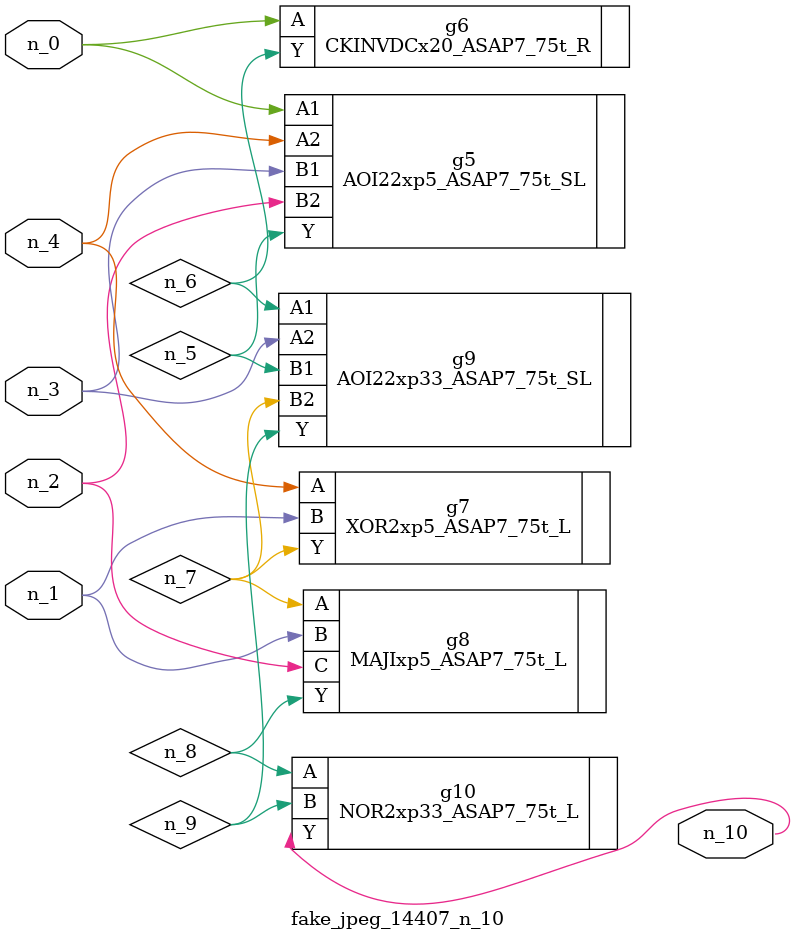
<source format=v>
module fake_jpeg_14407_n_10 (n_3, n_2, n_1, n_0, n_4, n_10);

input n_3;
input n_2;
input n_1;
input n_0;
input n_4;

output n_10;

wire n_8;
wire n_9;
wire n_6;
wire n_5;
wire n_7;

AOI22xp5_ASAP7_75t_SL g5 ( 
.A1(n_0),
.A2(n_4),
.B1(n_3),
.B2(n_2),
.Y(n_5)
);

CKINVDCx20_ASAP7_75t_R g6 ( 
.A(n_0),
.Y(n_6)
);

XOR2xp5_ASAP7_75t_L g7 ( 
.A(n_4),
.B(n_1),
.Y(n_7)
);

MAJIxp5_ASAP7_75t_L g8 ( 
.A(n_7),
.B(n_1),
.C(n_2),
.Y(n_8)
);

NOR2xp33_ASAP7_75t_L g10 ( 
.A(n_8),
.B(n_9),
.Y(n_10)
);

AOI22xp33_ASAP7_75t_SL g9 ( 
.A1(n_6),
.A2(n_3),
.B1(n_5),
.B2(n_7),
.Y(n_9)
);


endmodule
</source>
